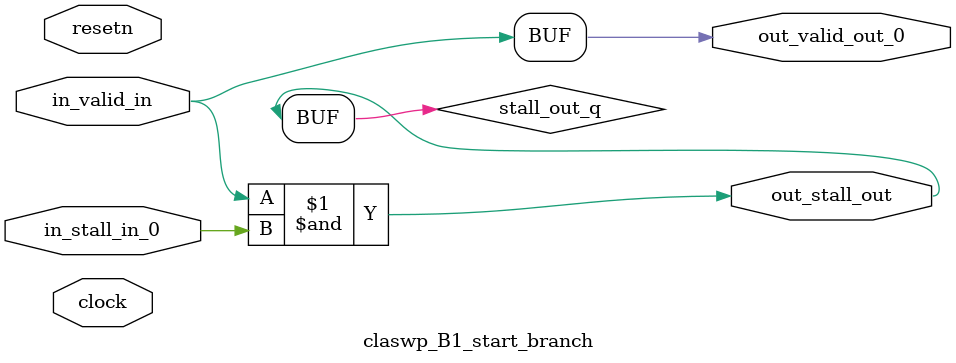
<source format=sv>



(* altera_attribute = "-name AUTO_SHIFT_REGISTER_RECOGNITION OFF; -name MESSAGE_DISABLE 10036; -name MESSAGE_DISABLE 10037; -name MESSAGE_DISABLE 14130; -name MESSAGE_DISABLE 14320; -name MESSAGE_DISABLE 15400; -name MESSAGE_DISABLE 14130; -name MESSAGE_DISABLE 10036; -name MESSAGE_DISABLE 12020; -name MESSAGE_DISABLE 12030; -name MESSAGE_DISABLE 12010; -name MESSAGE_DISABLE 12110; -name MESSAGE_DISABLE 14320; -name MESSAGE_DISABLE 13410; -name MESSAGE_DISABLE 113007; -name MESSAGE_DISABLE 10958" *)
module claswp_B1_start_branch (
    input wire [0:0] in_stall_in_0,
    input wire [0:0] in_valid_in,
    output wire [0:0] out_stall_out,
    output wire [0:0] out_valid_out_0,
    input wire clock,
    input wire resetn
    );

    wire [0:0] stall_out_q;


    // stall_out(LOGICAL,6)
    assign stall_out_q = in_valid_in & in_stall_in_0;

    // out_stall_out(GPOUT,4)
    assign out_stall_out = stall_out_q;

    // out_valid_out_0(GPOUT,5)
    assign out_valid_out_0 = in_valid_in;

endmodule

</source>
